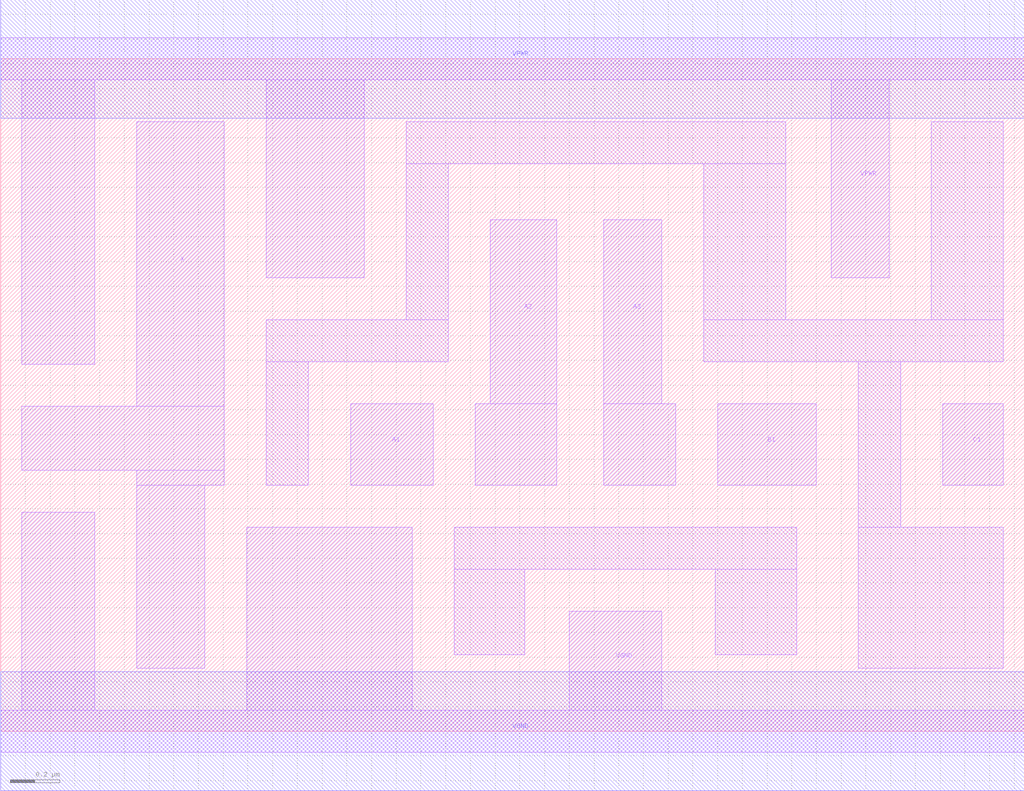
<source format=lef>
# Copyright 2020 The SkyWater PDK Authors
#
# Licensed under the Apache License, Version 2.0 (the "License");
# you may not use this file except in compliance with the License.
# You may obtain a copy of the License at
#
#     https://www.apache.org/licenses/LICENSE-2.0
#
# Unless required by applicable law or agreed to in writing, software
# distributed under the License is distributed on an "AS IS" BASIS,
# WITHOUT WARRANTIES OR CONDITIONS OF ANY KIND, either express or implied.
# See the License for the specific language governing permissions and
# limitations under the License.
#
# SPDX-License-Identifier: Apache-2.0

VERSION 5.5 ;
NAMESCASESENSITIVE ON ;
BUSBITCHARS "[]" ;
DIVIDERCHAR "/" ;
MACRO sky130_fd_sc_hd__o311a_2
  CLASS CORE ;
  SOURCE USER ;
  ORIGIN  0.000000  0.000000 ;
  SIZE  4.140000 BY  2.720000 ;
  SYMMETRY X Y R90 ;
  SITE unithd ;
  PIN A1
    ANTENNAGATEAREA  0.247500 ;
    DIRECTION INPUT ;
    USE SIGNAL ;
    PORT
      LAYER li1 ;
        RECT 1.415000 0.995000 1.750000 1.325000 ;
    END
  END A1
  PIN A2
    ANTENNAGATEAREA  0.247500 ;
    DIRECTION INPUT ;
    USE SIGNAL ;
    PORT
      LAYER li1 ;
        RECT 1.920000 0.995000 2.250000 1.325000 ;
        RECT 1.980000 1.325000 2.250000 2.070000 ;
    END
  END A2
  PIN A3
    ANTENNAGATEAREA  0.247500 ;
    DIRECTION INPUT ;
    USE SIGNAL ;
    PORT
      LAYER li1 ;
        RECT 2.440000 0.995000 2.730000 1.325000 ;
        RECT 2.440000 1.325000 2.675000 2.070000 ;
    END
  END A3
  PIN B1
    ANTENNAGATEAREA  0.247500 ;
    DIRECTION INPUT ;
    USE SIGNAL ;
    PORT
      LAYER li1 ;
        RECT 2.900000 0.995000 3.300000 1.325000 ;
    END
  END B1
  PIN C1
    ANTENNAGATEAREA  0.247500 ;
    DIRECTION INPUT ;
    USE SIGNAL ;
    PORT
      LAYER li1 ;
        RECT 3.810000 0.995000 4.055000 1.325000 ;
    END
  END C1
  PIN X
    ANTENNADIFFAREA  0.445500 ;
    DIRECTION OUTPUT ;
    USE SIGNAL ;
    PORT
      LAYER li1 ;
        RECT 0.085000 1.055000 0.905000 1.315000 ;
        RECT 0.550000 0.255000 0.825000 0.995000 ;
        RECT 0.550000 0.995000 0.905000 1.055000 ;
        RECT 0.550000 1.315000 0.905000 2.465000 ;
    END
  END X
  PIN VGND
    DIRECTION INOUT ;
    SHAPE ABUTMENT ;
    USE GROUND ;
    PORT
      LAYER li1 ;
        RECT 0.000000 -0.085000 4.140000 0.085000 ;
        RECT 0.085000  0.085000 0.380000 0.885000 ;
        RECT 0.995000  0.085000 1.665000 0.825000 ;
        RECT 2.300000  0.085000 2.675000 0.485000 ;
    END
    PORT
      LAYER met1 ;
        RECT 0.000000 -0.240000 4.140000 0.240000 ;
    END
  END VGND
  PIN VPWR
    DIRECTION INOUT ;
    SHAPE ABUTMENT ;
    USE POWER ;
    PORT
      LAYER li1 ;
        RECT 0.000000 2.635000 4.140000 2.805000 ;
        RECT 0.085000 1.485000 0.380000 2.635000 ;
        RECT 1.075000 1.835000 1.470000 2.635000 ;
        RECT 3.360000 1.835000 3.595000 2.635000 ;
    END
    PORT
      LAYER met1 ;
        RECT 0.000000 2.480000 4.140000 2.960000 ;
    END
  END VPWR
  OBS
    LAYER li1 ;
      RECT 1.075000 0.995000 1.245000 1.495000 ;
      RECT 1.075000 1.495000 1.810000 1.665000 ;
      RECT 1.640000 1.665000 1.810000 2.295000 ;
      RECT 1.640000 2.295000 3.175000 2.465000 ;
      RECT 1.835000 0.310000 2.120000 0.655000 ;
      RECT 1.835000 0.655000 3.220000 0.825000 ;
      RECT 2.845000 1.495000 4.055000 1.665000 ;
      RECT 2.845000 1.665000 3.175000 2.295000 ;
      RECT 2.890000 0.310000 3.220000 0.655000 ;
      RECT 3.470000 0.255000 4.055000 0.825000 ;
      RECT 3.470000 0.825000 3.640000 1.495000 ;
      RECT 3.765000 1.665000 4.055000 2.465000 ;
  END
END sky130_fd_sc_hd__o311a_2

</source>
